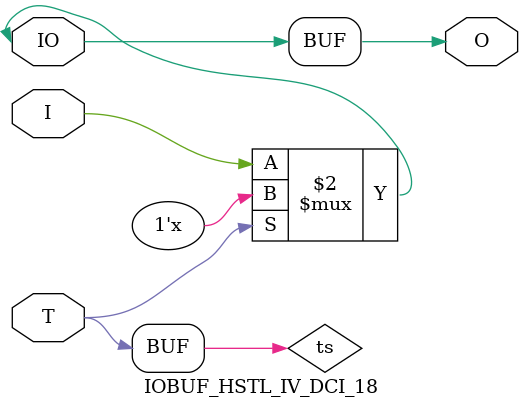
<source format=v>

/*

FUNCTION	: INPUT TRI-STATE OUTPUT BUFFER

*/

`celldefine
`timescale  100 ps / 10 ps

module IOBUF_HSTL_IV_DCI_18 (O, IO, I, T);

    output O;

    inout  IO;

    input  I, T;

    or O1 (ts, 1'b0, T);
    bufif0 T1 (IO, I, ts);

    buf B1 (O, IO);

endmodule

</source>
